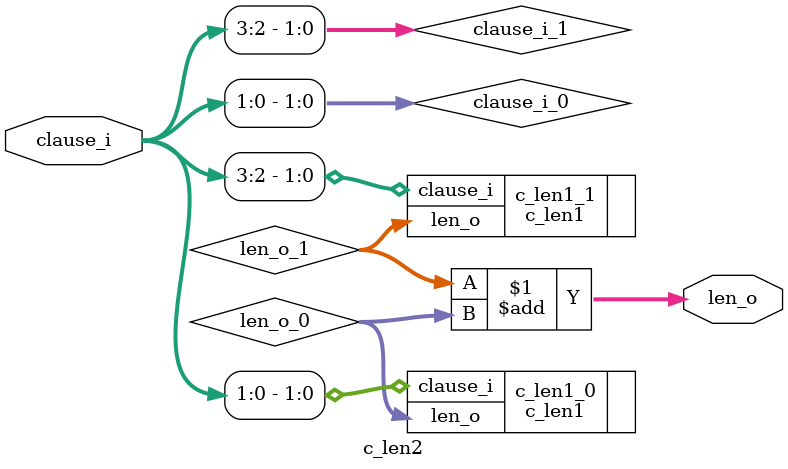
<source format=v>

/**
 *  该文件是使用gen_num_verilog.py生成的
 *  gen_num_verilog ../src/sat_engine/state_list/c_lens.gen 8
 */

/**
*   在8个变量中，求解子句的长度
*/
module c_len8 #(
        parameter NUM = 8,
        parameter WIDTH = 3
    )
    (
        input [NUM*2-1 : 0]     clause_i,
        output [WIDTH-1 : 0]    len_o
    );

    parameter NUM_SUB = NUM;

    wire [NUM_SUB*2/2-1 : 0]     clause_i_0, clause_i_1;
    wire [WIDTH-1 : 0]           len_o_0, len_o_1;
    assign {clause_i_1, clause_i_0} = clause_i;
    assign len_o = len_o_1 + len_o_0;

    c_len4 #(
        .WIDTH(WIDTH)
    )
    c_len4_0(
        .clause_i(clause_i_0),
        .len_o(len_o_0)
    );

    c_len4 #(
        .WIDTH(WIDTH)
    )
    c_len4_1(
        .clause_i(clause_i_1),
        .len_o(len_o_1)
    );

endmodule


/**
*   在4个变量中，求解子句的长度
*/
module c_len4 #(
        parameter NUM = 4,
        parameter WIDTH = 3
    )
    (
        input [NUM*2-1 : 0]     clause_i,
        output [WIDTH-1 : 0]    len_o
    );

    parameter NUM_SUB = NUM;

    wire [NUM_SUB*2/2-1 : 0]     clause_i_0, clause_i_1;
    wire [WIDTH-1 : 0]           len_o_0, len_o_1;
    assign {clause_i_1, clause_i_0} = clause_i;
    assign len_o = len_o_1 + len_o_0;

    c_len2 #(
        .WIDTH(WIDTH)
    )
    c_len2_0(
        .clause_i(clause_i_0),
        .len_o(len_o_0)
    );

    c_len2 #(
        .WIDTH(WIDTH)
    )
    c_len2_1(
        .clause_i(clause_i_1),
        .len_o(len_o_1)
    );

endmodule


/**
*   在2个变量中，求解子句的长度
*/
module c_len2 #(
        parameter NUM = 2,
        parameter WIDTH = 3
    )
    (
        input [NUM*2-1 : 0]     clause_i,
        output [WIDTH-1 : 0]    len_o
    );

    parameter NUM_SUB = NUM;

    wire [NUM_SUB*2/2-1 : 0]     clause_i_0, clause_i_1;
    wire [WIDTH-1 : 0]           len_o_0, len_o_1;
    assign {clause_i_1, clause_i_0} = clause_i;
    assign len_o = len_o_1 + len_o_0;

    c_len1 #(
        .WIDTH(WIDTH)
    )
    c_len1_0(
        .clause_i(clause_i_0),
        .len_o(len_o_0)
    );

    c_len1 #(
        .WIDTH(WIDTH)
    )
    c_len1_1(
        .clause_i(clause_i_1),
        .len_o(len_o_1)
    );

endmodule


</source>
